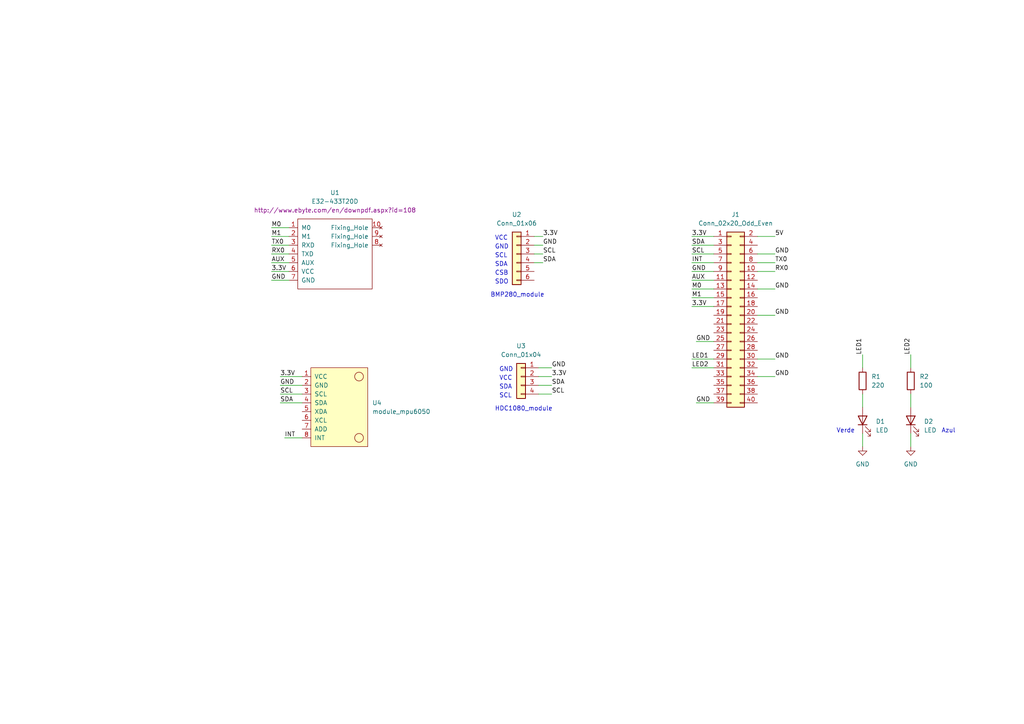
<source format=kicad_sch>
(kicad_sch (version 20211123) (generator eeschema)

  (uuid 4dc1ffec-b3a8-4aa0-b06d-8cb7b7ea63c6)

  (paper "A4")

  (lib_symbols
    (symbol "Connector_Generic:Conn_01x04" (pin_names (offset 1.016) hide) (in_bom yes) (on_board yes)
      (property "Reference" "J" (id 0) (at 0 5.08 0)
        (effects (font (size 1.27 1.27)))
      )
      (property "Value" "Conn_01x04" (id 1) (at 0 -7.62 0)
        (effects (font (size 1.27 1.27)))
      )
      (property "Footprint" "" (id 2) (at 0 0 0)
        (effects (font (size 1.27 1.27)) hide)
      )
      (property "Datasheet" "~" (id 3) (at 0 0 0)
        (effects (font (size 1.27 1.27)) hide)
      )
      (property "ki_keywords" "connector" (id 4) (at 0 0 0)
        (effects (font (size 1.27 1.27)) hide)
      )
      (property "ki_description" "Generic connector, single row, 01x04, script generated (kicad-library-utils/schlib/autogen/connector/)" (id 5) (at 0 0 0)
        (effects (font (size 1.27 1.27)) hide)
      )
      (property "ki_fp_filters" "Connector*:*_1x??_*" (id 6) (at 0 0 0)
        (effects (font (size 1.27 1.27)) hide)
      )
      (symbol "Conn_01x04_1_1"
        (rectangle (start -1.27 -4.953) (end 0 -5.207)
          (stroke (width 0.1524) (type default) (color 0 0 0 0))
          (fill (type none))
        )
        (rectangle (start -1.27 -2.413) (end 0 -2.667)
          (stroke (width 0.1524) (type default) (color 0 0 0 0))
          (fill (type none))
        )
        (rectangle (start -1.27 0.127) (end 0 -0.127)
          (stroke (width 0.1524) (type default) (color 0 0 0 0))
          (fill (type none))
        )
        (rectangle (start -1.27 2.667) (end 0 2.413)
          (stroke (width 0.1524) (type default) (color 0 0 0 0))
          (fill (type none))
        )
        (rectangle (start -1.27 3.81) (end 1.27 -6.35)
          (stroke (width 0.254) (type default) (color 0 0 0 0))
          (fill (type background))
        )
        (pin passive line (at -5.08 2.54 0) (length 3.81)
          (name "Pin_1" (effects (font (size 1.27 1.27))))
          (number "1" (effects (font (size 1.27 1.27))))
        )
        (pin passive line (at -5.08 0 0) (length 3.81)
          (name "Pin_2" (effects (font (size 1.27 1.27))))
          (number "2" (effects (font (size 1.27 1.27))))
        )
        (pin passive line (at -5.08 -2.54 0) (length 3.81)
          (name "Pin_3" (effects (font (size 1.27 1.27))))
          (number "3" (effects (font (size 1.27 1.27))))
        )
        (pin passive line (at -5.08 -5.08 0) (length 3.81)
          (name "Pin_4" (effects (font (size 1.27 1.27))))
          (number "4" (effects (font (size 1.27 1.27))))
        )
      )
    )
    (symbol "Connector_Generic:Conn_01x06" (pin_names (offset 1.016) hide) (in_bom yes) (on_board yes)
      (property "Reference" "J" (id 0) (at 0 7.62 0)
        (effects (font (size 1.27 1.27)))
      )
      (property "Value" "Conn_01x06" (id 1) (at 0 -10.16 0)
        (effects (font (size 1.27 1.27)))
      )
      (property "Footprint" "" (id 2) (at 0 0 0)
        (effects (font (size 1.27 1.27)) hide)
      )
      (property "Datasheet" "~" (id 3) (at 0 0 0)
        (effects (font (size 1.27 1.27)) hide)
      )
      (property "ki_keywords" "connector" (id 4) (at 0 0 0)
        (effects (font (size 1.27 1.27)) hide)
      )
      (property "ki_description" "Generic connector, single row, 01x06, script generated (kicad-library-utils/schlib/autogen/connector/)" (id 5) (at 0 0 0)
        (effects (font (size 1.27 1.27)) hide)
      )
      (property "ki_fp_filters" "Connector*:*_1x??_*" (id 6) (at 0 0 0)
        (effects (font (size 1.27 1.27)) hide)
      )
      (symbol "Conn_01x06_1_1"
        (rectangle (start -1.27 -7.493) (end 0 -7.747)
          (stroke (width 0.1524) (type default) (color 0 0 0 0))
          (fill (type none))
        )
        (rectangle (start -1.27 -4.953) (end 0 -5.207)
          (stroke (width 0.1524) (type default) (color 0 0 0 0))
          (fill (type none))
        )
        (rectangle (start -1.27 -2.413) (end 0 -2.667)
          (stroke (width 0.1524) (type default) (color 0 0 0 0))
          (fill (type none))
        )
        (rectangle (start -1.27 0.127) (end 0 -0.127)
          (stroke (width 0.1524) (type default) (color 0 0 0 0))
          (fill (type none))
        )
        (rectangle (start -1.27 2.667) (end 0 2.413)
          (stroke (width 0.1524) (type default) (color 0 0 0 0))
          (fill (type none))
        )
        (rectangle (start -1.27 5.207) (end 0 4.953)
          (stroke (width 0.1524) (type default) (color 0 0 0 0))
          (fill (type none))
        )
        (rectangle (start -1.27 6.35) (end 1.27 -8.89)
          (stroke (width 0.254) (type default) (color 0 0 0 0))
          (fill (type background))
        )
        (pin passive line (at -5.08 5.08 0) (length 3.81)
          (name "Pin_1" (effects (font (size 1.27 1.27))))
          (number "1" (effects (font (size 1.27 1.27))))
        )
        (pin passive line (at -5.08 2.54 0) (length 3.81)
          (name "Pin_2" (effects (font (size 1.27 1.27))))
          (number "2" (effects (font (size 1.27 1.27))))
        )
        (pin passive line (at -5.08 0 0) (length 3.81)
          (name "Pin_3" (effects (font (size 1.27 1.27))))
          (number "3" (effects (font (size 1.27 1.27))))
        )
        (pin passive line (at -5.08 -2.54 0) (length 3.81)
          (name "Pin_4" (effects (font (size 1.27 1.27))))
          (number "4" (effects (font (size 1.27 1.27))))
        )
        (pin passive line (at -5.08 -5.08 0) (length 3.81)
          (name "Pin_5" (effects (font (size 1.27 1.27))))
          (number "5" (effects (font (size 1.27 1.27))))
        )
        (pin passive line (at -5.08 -7.62 0) (length 3.81)
          (name "Pin_6" (effects (font (size 1.27 1.27))))
          (number "6" (effects (font (size 1.27 1.27))))
        )
      )
    )
    (symbol "Connector_Generic:Conn_02x20_Odd_Even" (pin_names (offset 1.016) hide) (in_bom yes) (on_board yes)
      (property "Reference" "J" (id 0) (at 1.27 25.4 0)
        (effects (font (size 1.27 1.27)))
      )
      (property "Value" "Conn_02x20_Odd_Even" (id 1) (at 1.27 -27.94 0)
        (effects (font (size 1.27 1.27)))
      )
      (property "Footprint" "" (id 2) (at 0 0 0)
        (effects (font (size 1.27 1.27)) hide)
      )
      (property "Datasheet" "~" (id 3) (at 0 0 0)
        (effects (font (size 1.27 1.27)) hide)
      )
      (property "ki_keywords" "connector" (id 4) (at 0 0 0)
        (effects (font (size 1.27 1.27)) hide)
      )
      (property "ki_description" "Generic connector, double row, 02x20, odd/even pin numbering scheme (row 1 odd numbers, row 2 even numbers), script generated (kicad-library-utils/schlib/autogen/connector/)" (id 5) (at 0 0 0)
        (effects (font (size 1.27 1.27)) hide)
      )
      (property "ki_fp_filters" "Connector*:*_2x??_*" (id 6) (at 0 0 0)
        (effects (font (size 1.27 1.27)) hide)
      )
      (symbol "Conn_02x20_Odd_Even_1_1"
        (rectangle (start -1.27 -25.273) (end 0 -25.527)
          (stroke (width 0.1524) (type default) (color 0 0 0 0))
          (fill (type none))
        )
        (rectangle (start -1.27 -22.733) (end 0 -22.987)
          (stroke (width 0.1524) (type default) (color 0 0 0 0))
          (fill (type none))
        )
        (rectangle (start -1.27 -20.193) (end 0 -20.447)
          (stroke (width 0.1524) (type default) (color 0 0 0 0))
          (fill (type none))
        )
        (rectangle (start -1.27 -17.653) (end 0 -17.907)
          (stroke (width 0.1524) (type default) (color 0 0 0 0))
          (fill (type none))
        )
        (rectangle (start -1.27 -15.113) (end 0 -15.367)
          (stroke (width 0.1524) (type default) (color 0 0 0 0))
          (fill (type none))
        )
        (rectangle (start -1.27 -12.573) (end 0 -12.827)
          (stroke (width 0.1524) (type default) (color 0 0 0 0))
          (fill (type none))
        )
        (rectangle (start -1.27 -10.033) (end 0 -10.287)
          (stroke (width 0.1524) (type default) (color 0 0 0 0))
          (fill (type none))
        )
        (rectangle (start -1.27 -7.493) (end 0 -7.747)
          (stroke (width 0.1524) (type default) (color 0 0 0 0))
          (fill (type none))
        )
        (rectangle (start -1.27 -4.953) (end 0 -5.207)
          (stroke (width 0.1524) (type default) (color 0 0 0 0))
          (fill (type none))
        )
        (rectangle (start -1.27 -2.413) (end 0 -2.667)
          (stroke (width 0.1524) (type default) (color 0 0 0 0))
          (fill (type none))
        )
        (rectangle (start -1.27 0.127) (end 0 -0.127)
          (stroke (width 0.1524) (type default) (color 0 0 0 0))
          (fill (type none))
        )
        (rectangle (start -1.27 2.667) (end 0 2.413)
          (stroke (width 0.1524) (type default) (color 0 0 0 0))
          (fill (type none))
        )
        (rectangle (start -1.27 5.207) (end 0 4.953)
          (stroke (width 0.1524) (type default) (color 0 0 0 0))
          (fill (type none))
        )
        (rectangle (start -1.27 7.747) (end 0 7.493)
          (stroke (width 0.1524) (type default) (color 0 0 0 0))
          (fill (type none))
        )
        (rectangle (start -1.27 10.287) (end 0 10.033)
          (stroke (width 0.1524) (type default) (color 0 0 0 0))
          (fill (type none))
        )
        (rectangle (start -1.27 12.827) (end 0 12.573)
          (stroke (width 0.1524) (type default) (color 0 0 0 0))
          (fill (type none))
        )
        (rectangle (start -1.27 15.367) (end 0 15.113)
          (stroke (width 0.1524) (type default) (color 0 0 0 0))
          (fill (type none))
        )
        (rectangle (start -1.27 17.907) (end 0 17.653)
          (stroke (width 0.1524) (type default) (color 0 0 0 0))
          (fill (type none))
        )
        (rectangle (start -1.27 20.447) (end 0 20.193)
          (stroke (width 0.1524) (type default) (color 0 0 0 0))
          (fill (type none))
        )
        (rectangle (start -1.27 22.987) (end 0 22.733)
          (stroke (width 0.1524) (type default) (color 0 0 0 0))
          (fill (type none))
        )
        (rectangle (start -1.27 24.13) (end 3.81 -26.67)
          (stroke (width 0.254) (type default) (color 0 0 0 0))
          (fill (type background))
        )
        (rectangle (start 3.81 -25.273) (end 2.54 -25.527)
          (stroke (width 0.1524) (type default) (color 0 0 0 0))
          (fill (type none))
        )
        (rectangle (start 3.81 -22.733) (end 2.54 -22.987)
          (stroke (width 0.1524) (type default) (color 0 0 0 0))
          (fill (type none))
        )
        (rectangle (start 3.81 -20.193) (end 2.54 -20.447)
          (stroke (width 0.1524) (type default) (color 0 0 0 0))
          (fill (type none))
        )
        (rectangle (start 3.81 -17.653) (end 2.54 -17.907)
          (stroke (width 0.1524) (type default) (color 0 0 0 0))
          (fill (type none))
        )
        (rectangle (start 3.81 -15.113) (end 2.54 -15.367)
          (stroke (width 0.1524) (type default) (color 0 0 0 0))
          (fill (type none))
        )
        (rectangle (start 3.81 -12.573) (end 2.54 -12.827)
          (stroke (width 0.1524) (type default) (color 0 0 0 0))
          (fill (type none))
        )
        (rectangle (start 3.81 -10.033) (end 2.54 -10.287)
          (stroke (width 0.1524) (type default) (color 0 0 0 0))
          (fill (type none))
        )
        (rectangle (start 3.81 -7.493) (end 2.54 -7.747)
          (stroke (width 0.1524) (type default) (color 0 0 0 0))
          (fill (type none))
        )
        (rectangle (start 3.81 -4.953) (end 2.54 -5.207)
          (stroke (width 0.1524) (type default) (color 0 0 0 0))
          (fill (type none))
        )
        (rectangle (start 3.81 -2.413) (end 2.54 -2.667)
          (stroke (width 0.1524) (type default) (color 0 0 0 0))
          (fill (type none))
        )
        (rectangle (start 3.81 0.127) (end 2.54 -0.127)
          (stroke (width 0.1524) (type default) (color 0 0 0 0))
          (fill (type none))
        )
        (rectangle (start 3.81 2.667) (end 2.54 2.413)
          (stroke (width 0.1524) (type default) (color 0 0 0 0))
          (fill (type none))
        )
        (rectangle (start 3.81 5.207) (end 2.54 4.953)
          (stroke (width 0.1524) (type default) (color 0 0 0 0))
          (fill (type none))
        )
        (rectangle (start 3.81 7.747) (end 2.54 7.493)
          (stroke (width 0.1524) (type default) (color 0 0 0 0))
          (fill (type none))
        )
        (rectangle (start 3.81 10.287) (end 2.54 10.033)
          (stroke (width 0.1524) (type default) (color 0 0 0 0))
          (fill (type none))
        )
        (rectangle (start 3.81 12.827) (end 2.54 12.573)
          (stroke (width 0.1524) (type default) (color 0 0 0 0))
          (fill (type none))
        )
        (rectangle (start 3.81 15.367) (end 2.54 15.113)
          (stroke (width 0.1524) (type default) (color 0 0 0 0))
          (fill (type none))
        )
        (rectangle (start 3.81 17.907) (end 2.54 17.653)
          (stroke (width 0.1524) (type default) (color 0 0 0 0))
          (fill (type none))
        )
        (rectangle (start 3.81 20.447) (end 2.54 20.193)
          (stroke (width 0.1524) (type default) (color 0 0 0 0))
          (fill (type none))
        )
        (rectangle (start 3.81 22.987) (end 2.54 22.733)
          (stroke (width 0.1524) (type default) (color 0 0 0 0))
          (fill (type none))
        )
        (pin passive line (at -5.08 22.86 0) (length 3.81)
          (name "Pin_1" (effects (font (size 1.27 1.27))))
          (number "1" (effects (font (size 1.27 1.27))))
        )
        (pin passive line (at 7.62 12.7 180) (length 3.81)
          (name "Pin_10" (effects (font (size 1.27 1.27))))
          (number "10" (effects (font (size 1.27 1.27))))
        )
        (pin passive line (at -5.08 10.16 0) (length 3.81)
          (name "Pin_11" (effects (font (size 1.27 1.27))))
          (number "11" (effects (font (size 1.27 1.27))))
        )
        (pin passive line (at 7.62 10.16 180) (length 3.81)
          (name "Pin_12" (effects (font (size 1.27 1.27))))
          (number "12" (effects (font (size 1.27 1.27))))
        )
        (pin passive line (at -5.08 7.62 0) (length 3.81)
          (name "Pin_13" (effects (font (size 1.27 1.27))))
          (number "13" (effects (font (size 1.27 1.27))))
        )
        (pin passive line (at 7.62 7.62 180) (length 3.81)
          (name "Pin_14" (effects (font (size 1.27 1.27))))
          (number "14" (effects (font (size 1.27 1.27))))
        )
        (pin passive line (at -5.08 5.08 0) (length 3.81)
          (name "Pin_15" (effects (font (size 1.27 1.27))))
          (number "15" (effects (font (size 1.27 1.27))))
        )
        (pin passive line (at 7.62 5.08 180) (length 3.81)
          (name "Pin_16" (effects (font (size 1.27 1.27))))
          (number "16" (effects (font (size 1.27 1.27))))
        )
        (pin passive line (at -5.08 2.54 0) (length 3.81)
          (name "Pin_17" (effects (font (size 1.27 1.27))))
          (number "17" (effects (font (size 1.27 1.27))))
        )
        (pin passive line (at 7.62 2.54 180) (length 3.81)
          (name "Pin_18" (effects (font (size 1.27 1.27))))
          (number "18" (effects (font (size 1.27 1.27))))
        )
        (pin passive line (at -5.08 0 0) (length 3.81)
          (name "Pin_19" (effects (font (size 1.27 1.27))))
          (number "19" (effects (font (size 1.27 1.27))))
        )
        (pin passive line (at 7.62 22.86 180) (length 3.81)
          (name "Pin_2" (effects (font (size 1.27 1.27))))
          (number "2" (effects (font (size 1.27 1.27))))
        )
        (pin passive line (at 7.62 0 180) (length 3.81)
          (name "Pin_20" (effects (font (size 1.27 1.27))))
          (number "20" (effects (font (size 1.27 1.27))))
        )
        (pin passive line (at -5.08 -2.54 0) (length 3.81)
          (name "Pin_21" (effects (font (size 1.27 1.27))))
          (number "21" (effects (font (size 1.27 1.27))))
        )
        (pin passive line (at 7.62 -2.54 180) (length 3.81)
          (name "Pin_22" (effects (font (size 1.27 1.27))))
          (number "22" (effects (font (size 1.27 1.27))))
        )
        (pin passive line (at -5.08 -5.08 0) (length 3.81)
          (name "Pin_23" (effects (font (size 1.27 1.27))))
          (number "23" (effects (font (size 1.27 1.27))))
        )
        (pin passive line (at 7.62 -5.08 180) (length 3.81)
          (name "Pin_24" (effects (font (size 1.27 1.27))))
          (number "24" (effects (font (size 1.27 1.27))))
        )
        (pin passive line (at -5.08 -7.62 0) (length 3.81)
          (name "Pin_25" (effects (font (size 1.27 1.27))))
          (number "25" (effects (font (size 1.27 1.27))))
        )
        (pin passive line (at 7.62 -7.62 180) (length 3.81)
          (name "Pin_26" (effects (font (size 1.27 1.27))))
          (number "26" (effects (font (size 1.27 1.27))))
        )
        (pin passive line (at -5.08 -10.16 0) (length 3.81)
          (name "Pin_27" (effects (font (size 1.27 1.27))))
          (number "27" (effects (font (size 1.27 1.27))))
        )
        (pin passive line (at 7.62 -10.16 180) (length 3.81)
          (name "Pin_28" (effects (font (size 1.27 1.27))))
          (number "28" (effects (font (size 1.27 1.27))))
        )
        (pin passive line (at -5.08 -12.7 0) (length 3.81)
          (name "Pin_29" (effects (font (size 1.27 1.27))))
          (number "29" (effects (font (size 1.27 1.27))))
        )
        (pin passive line (at -5.08 20.32 0) (length 3.81)
          (name "Pin_3" (effects (font (size 1.27 1.27))))
          (number "3" (effects (font (size 1.27 1.27))))
        )
        (pin passive line (at 7.62 -12.7 180) (length 3.81)
          (name "Pin_30" (effects (font (size 1.27 1.27))))
          (number "30" (effects (font (size 1.27 1.27))))
        )
        (pin passive line (at -5.08 -15.24 0) (length 3.81)
          (name "Pin_31" (effects (font (size 1.27 1.27))))
          (number "31" (effects (font (size 1.27 1.27))))
        )
        (pin passive line (at 7.62 -15.24 180) (length 3.81)
          (name "Pin_32" (effects (font (size 1.27 1.27))))
          (number "32" (effects (font (size 1.27 1.27))))
        )
        (pin passive line (at -5.08 -17.78 0) (length 3.81)
          (name "Pin_33" (effects (font (size 1.27 1.27))))
          (number "33" (effects (font (size 1.27 1.27))))
        )
        (pin passive line (at 7.62 -17.78 180) (length 3.81)
          (name "Pin_34" (effects (font (size 1.27 1.27))))
          (number "34" (effects (font (size 1.27 1.27))))
        )
        (pin passive line (at -5.08 -20.32 0) (length 3.81)
          (name "Pin_35" (effects (font (size 1.27 1.27))))
          (number "35" (effects (font (size 1.27 1.27))))
        )
        (pin passive line (at 7.62 -20.32 180) (length 3.81)
          (name "Pin_36" (effects (font (size 1.27 1.27))))
          (number "36" (effects (font (size 1.27 1.27))))
        )
        (pin passive line (at -5.08 -22.86 0) (length 3.81)
          (name "Pin_37" (effects (font (size 1.27 1.27))))
          (number "37" (effects (font (size 1.27 1.27))))
        )
        (pin passive line (at 7.62 -22.86 180) (length 3.81)
          (name "Pin_38" (effects (font (size 1.27 1.27))))
          (number "38" (effects (font (size 1.27 1.27))))
        )
        (pin passive line (at -5.08 -25.4 0) (length 3.81)
          (name "Pin_39" (effects (font (size 1.27 1.27))))
          (number "39" (effects (font (size 1.27 1.27))))
        )
        (pin passive line (at 7.62 20.32 180) (length 3.81)
          (name "Pin_4" (effects (font (size 1.27 1.27))))
          (number "4" (effects (font (size 1.27 1.27))))
        )
        (pin passive line (at 7.62 -25.4 180) (length 3.81)
          (name "Pin_40" (effects (font (size 1.27 1.27))))
          (number "40" (effects (font (size 1.27 1.27))))
        )
        (pin passive line (at -5.08 17.78 0) (length 3.81)
          (name "Pin_5" (effects (font (size 1.27 1.27))))
          (number "5" (effects (font (size 1.27 1.27))))
        )
        (pin passive line (at 7.62 17.78 180) (length 3.81)
          (name "Pin_6" (effects (font (size 1.27 1.27))))
          (number "6" (effects (font (size 1.27 1.27))))
        )
        (pin passive line (at -5.08 15.24 0) (length 3.81)
          (name "Pin_7" (effects (font (size 1.27 1.27))))
          (number "7" (effects (font (size 1.27 1.27))))
        )
        (pin passive line (at 7.62 15.24 180) (length 3.81)
          (name "Pin_8" (effects (font (size 1.27 1.27))))
          (number "8" (effects (font (size 1.27 1.27))))
        )
        (pin passive line (at -5.08 12.7 0) (length 3.81)
          (name "Pin_9" (effects (font (size 1.27 1.27))))
          (number "9" (effects (font (size 1.27 1.27))))
        )
      )
    )
    (symbol "Device:LED" (pin_numbers hide) (pin_names (offset 1.016) hide) (in_bom yes) (on_board yes)
      (property "Reference" "D" (id 0) (at 0 2.54 0)
        (effects (font (size 1.27 1.27)))
      )
      (property "Value" "LED" (id 1) (at 0 -2.54 0)
        (effects (font (size 1.27 1.27)))
      )
      (property "Footprint" "" (id 2) (at 0 0 0)
        (effects (font (size 1.27 1.27)) hide)
      )
      (property "Datasheet" "~" (id 3) (at 0 0 0)
        (effects (font (size 1.27 1.27)) hide)
      )
      (property "ki_keywords" "LED diode" (id 4) (at 0 0 0)
        (effects (font (size 1.27 1.27)) hide)
      )
      (property "ki_description" "Light emitting diode" (id 5) (at 0 0 0)
        (effects (font (size 1.27 1.27)) hide)
      )
      (property "ki_fp_filters" "LED* LED_SMD:* LED_THT:*" (id 6) (at 0 0 0)
        (effects (font (size 1.27 1.27)) hide)
      )
      (symbol "LED_0_1"
        (polyline
          (pts
            (xy -1.27 -1.27)
            (xy -1.27 1.27)
          )
          (stroke (width 0.254) (type default) (color 0 0 0 0))
          (fill (type none))
        )
        (polyline
          (pts
            (xy -1.27 0)
            (xy 1.27 0)
          )
          (stroke (width 0) (type default) (color 0 0 0 0))
          (fill (type none))
        )
        (polyline
          (pts
            (xy 1.27 -1.27)
            (xy 1.27 1.27)
            (xy -1.27 0)
            (xy 1.27 -1.27)
          )
          (stroke (width 0.254) (type default) (color 0 0 0 0))
          (fill (type none))
        )
        (polyline
          (pts
            (xy -3.048 -0.762)
            (xy -4.572 -2.286)
            (xy -3.81 -2.286)
            (xy -4.572 -2.286)
            (xy -4.572 -1.524)
          )
          (stroke (width 0) (type default) (color 0 0 0 0))
          (fill (type none))
        )
        (polyline
          (pts
            (xy -1.778 -0.762)
            (xy -3.302 -2.286)
            (xy -2.54 -2.286)
            (xy -3.302 -2.286)
            (xy -3.302 -1.524)
          )
          (stroke (width 0) (type default) (color 0 0 0 0))
          (fill (type none))
        )
      )
      (symbol "LED_1_1"
        (pin passive line (at -3.81 0 0) (length 2.54)
          (name "K" (effects (font (size 1.27 1.27))))
          (number "1" (effects (font (size 1.27 1.27))))
        )
        (pin passive line (at 3.81 0 180) (length 2.54)
          (name "A" (effects (font (size 1.27 1.27))))
          (number "2" (effects (font (size 1.27 1.27))))
        )
      )
    )
    (symbol "Device:R" (pin_numbers hide) (pin_names (offset 0)) (in_bom yes) (on_board yes)
      (property "Reference" "R" (id 0) (at 2.032 0 90)
        (effects (font (size 1.27 1.27)))
      )
      (property "Value" "R" (id 1) (at 0 0 90)
        (effects (font (size 1.27 1.27)))
      )
      (property "Footprint" "" (id 2) (at -1.778 0 90)
        (effects (font (size 1.27 1.27)) hide)
      )
      (property "Datasheet" "~" (id 3) (at 0 0 0)
        (effects (font (size 1.27 1.27)) hide)
      )
      (property "ki_keywords" "R res resistor" (id 4) (at 0 0 0)
        (effects (font (size 1.27 1.27)) hide)
      )
      (property "ki_description" "Resistor" (id 5) (at 0 0 0)
        (effects (font (size 1.27 1.27)) hide)
      )
      (property "ki_fp_filters" "R_*" (id 6) (at 0 0 0)
        (effects (font (size 1.27 1.27)) hide)
      )
      (symbol "R_0_1"
        (rectangle (start -1.016 -2.54) (end 1.016 2.54)
          (stroke (width 0.254) (type default) (color 0 0 0 0))
          (fill (type none))
        )
      )
      (symbol "R_1_1"
        (pin passive line (at 0 3.81 270) (length 1.27)
          (name "~" (effects (font (size 1.27 1.27))))
          (number "1" (effects (font (size 1.27 1.27))))
        )
        (pin passive line (at 0 -3.81 90) (length 1.27)
          (name "~" (effects (font (size 1.27 1.27))))
          (number "2" (effects (font (size 1.27 1.27))))
        )
      )
    )
    (symbol "E32-xxxT20D:E32-433T20D" (pin_names (offset 1.016)) (in_bom yes) (on_board yes)
      (property "Reference" "U" (id 0) (at 0 3.302 0)
        (effects (font (size 1.27 1.27)) (justify left))
      )
      (property "Value" "E32-433T20D" (id 1) (at 0 1.27 0)
        (effects (font (size 1.27 1.27)) (justify left))
      )
      (property "Footprint" "" (id 2) (at 0 0 0)
        (effects (font (size 1.27 1.27)) hide)
      )
      (property "Datasheet" "http://www.ebyte.com/en/downpdf.aspx?id=108" (id 3) (at 0 0 0)
        (effects (font (size 1.27 1.27)))
      )
      (symbol "E32-433T20D_0_1"
        (rectangle (start 0 0) (end 21.59 -20.32)
          (stroke (width 0) (type default) (color 0 0 0 0))
          (fill (type none))
        )
      )
      (symbol "E32-433T20D_1_0"
        (pin no_connect line (at 24.13 -7.62 180) (length 2.54)
          (name "Fixing_Hole" (effects (font (size 1.27 1.27))))
          (number "8" (effects (font (size 1.27 1.27))))
        )
      )
      (symbol "E32-433T20D_1_1"
        (pin input line (at -2.54 -2.54 0) (length 2.54)
          (name "M0" (effects (font (size 1.27 1.27))))
          (number "1" (effects (font (size 1.27 1.27))))
        )
        (pin no_connect line (at 24.13 -2.54 180) (length 2.54)
          (name "Fixing_Hole" (effects (font (size 1.27 1.27))))
          (number "10" (effects (font (size 1.27 1.27))))
        )
        (pin input line (at -2.54 -5.08 0) (length 2.54)
          (name "M1" (effects (font (size 1.27 1.27))))
          (number "2" (effects (font (size 1.27 1.27))))
        )
        (pin input line (at -2.54 -7.62 0) (length 2.54)
          (name "RXD" (effects (font (size 1.27 1.27))))
          (number "3" (effects (font (size 1.27 1.27))))
        )
        (pin output line (at -2.54 -10.16 0) (length 2.54)
          (name "TXD" (effects (font (size 1.27 1.27))))
          (number "4" (effects (font (size 1.27 1.27))))
        )
        (pin output line (at -2.54 -12.7 0) (length 2.54)
          (name "AUX" (effects (font (size 1.27 1.27))))
          (number "5" (effects (font (size 1.27 1.27))))
        )
        (pin input line (at -2.54 -15.24 0) (length 2.54)
          (name "VCC" (effects (font (size 1.27 1.27))))
          (number "6" (effects (font (size 1.27 1.27))))
        )
        (pin input line (at -2.54 -17.78 0) (length 2.54)
          (name "GND" (effects (font (size 1.27 1.27))))
          (number "7" (effects (font (size 1.27 1.27))))
        )
        (pin no_connect line (at 24.13 -5.08 180) (length 2.54)
          (name "Fixing_Hole" (effects (font (size 1.27 1.27))))
          (number "9" (effects (font (size 1.27 1.27))))
        )
      )
    )
    (symbol "power:GND" (power) (pin_names (offset 0)) (in_bom yes) (on_board yes)
      (property "Reference" "#PWR" (id 0) (at 0 -6.35 0)
        (effects (font (size 1.27 1.27)) hide)
      )
      (property "Value" "GND" (id 1) (at 0 -3.81 0)
        (effects (font (size 1.27 1.27)))
      )
      (property "Footprint" "" (id 2) (at 0 0 0)
        (effects (font (size 1.27 1.27)) hide)
      )
      (property "Datasheet" "" (id 3) (at 0 0 0)
        (effects (font (size 1.27 1.27)) hide)
      )
      (property "ki_keywords" "power-flag" (id 4) (at 0 0 0)
        (effects (font (size 1.27 1.27)) hide)
      )
      (property "ki_description" "Power symbol creates a global label with name \"GND\" , ground" (id 5) (at 0 0 0)
        (effects (font (size 1.27 1.27)) hide)
      )
      (symbol "GND_0_1"
        (polyline
          (pts
            (xy 0 0)
            (xy 0 -1.27)
            (xy 1.27 -1.27)
            (xy 0 -2.54)
            (xy -1.27 -1.27)
            (xy 0 -1.27)
          )
          (stroke (width 0) (type default) (color 0 0 0 0))
          (fill (type none))
        )
      )
      (symbol "GND_1_1"
        (pin power_in line (at 0 0 270) (length 0) hide
          (name "GND" (effects (font (size 1.27 1.27))))
          (number "1" (effects (font (size 1.27 1.27))))
        )
      )
    )
    (symbol "usini_sensors:module_mpu6050" (pin_names (offset 1.016)) (in_bom yes) (on_board yes)
      (property "Reference" "U" (id 0) (at 2.54 21.59 0)
        (effects (font (size 1.27 1.27)))
      )
      (property "Value" "module_mpu6050" (id 1) (at 11.43 -3.81 0)
        (effects (font (size 1.27 1.27)))
      )
      (property "Footprint" "usini_sensors:module_mpu6050" (id 2) (at 11.43 -6.35 0)
        (effects (font (size 1.27 1.27)) hide)
      )
      (property "Datasheet" "" (id 3) (at 0 6.35 0)
        (effects (font (size 1.27 1.27)) hide)
      )
      (symbol "module_mpu6050_0_1"
        (rectangle (start 2.54 20.32) (end 19.05 -2.54)
          (stroke (width 0) (type default) (color 0 0 0 0))
          (fill (type background))
        )
        (circle (center 16.51 0) (radius 1.27)
          (stroke (width 0) (type default) (color 0 0 0 0))
          (fill (type none))
        )
        (circle (center 16.51 17.78) (radius 1.27)
          (stroke (width 0) (type default) (color 0 0 0 0))
          (fill (type none))
        )
      )
      (symbol "module_mpu6050_1_1"
        (pin input line (at 0 17.78 0) (length 2.54)
          (name "VCC" (effects (font (size 1.27 1.27))))
          (number "1" (effects (font (size 1.27 1.27))))
        )
        (pin input line (at 0 15.24 0) (length 2.54)
          (name "GND" (effects (font (size 1.27 1.27))))
          (number "2" (effects (font (size 1.27 1.27))))
        )
        (pin input line (at 0 12.7 0) (length 2.54)
          (name "SCL" (effects (font (size 1.27 1.27))))
          (number "3" (effects (font (size 1.27 1.27))))
        )
        (pin input line (at 0 10.16 0) (length 2.54)
          (name "SDA" (effects (font (size 1.27 1.27))))
          (number "4" (effects (font (size 1.27 1.27))))
        )
        (pin input line (at 0 7.62 0) (length 2.54)
          (name "XDA" (effects (font (size 1.27 1.27))))
          (number "5" (effects (font (size 1.27 1.27))))
        )
        (pin input line (at 0 5.08 0) (length 2.54)
          (name "XCL" (effects (font (size 1.27 1.27))))
          (number "6" (effects (font (size 1.27 1.27))))
        )
        (pin input line (at 0 2.54 0) (length 2.54)
          (name "ADD" (effects (font (size 1.27 1.27))))
          (number "7" (effects (font (size 1.27 1.27))))
        )
        (pin input line (at 0 0 0) (length 2.54)
          (name "INT" (effects (font (size 1.27 1.27))))
          (number "8" (effects (font (size 1.27 1.27))))
        )
      )
    )
  )


  (wire (pts (xy 78.74 78.74) (xy 83.82 78.74))
    (stroke (width 0) (type default) (color 0 0 0 0))
    (uuid 00ae6986-03a4-47b2-86e6-5b9fbcc0f512)
  )
  (wire (pts (xy 201.93 99.06) (xy 207.01 99.06))
    (stroke (width 0) (type default) (color 0 0 0 0))
    (uuid 05e248f7-d7a4-497b-b461-6193d2d70560)
  )
  (wire (pts (xy 200.66 76.2) (xy 207.01 76.2))
    (stroke (width 0) (type default) (color 0 0 0 0))
    (uuid 0be3cfac-ab8d-4480-85ce-17adbb68aac9)
  )
  (wire (pts (xy 81.28 109.22) (xy 87.63 109.22))
    (stroke (width 0) (type default) (color 0 0 0 0))
    (uuid 0c3d0bcb-a323-4fec-bc22-988e244d3b97)
  )
  (wire (pts (xy 264.16 114.3) (xy 264.16 118.11))
    (stroke (width 0) (type default) (color 0 0 0 0))
    (uuid 12db865a-b984-4396-802d-47deb0018127)
  )
  (wire (pts (xy 156.21 114.3) (xy 160.02 114.3))
    (stroke (width 0) (type default) (color 0 0 0 0))
    (uuid 14ce13b6-5082-4c21-bf54-8dfd3895a8e8)
  )
  (wire (pts (xy 154.94 68.58) (xy 157.48 68.58))
    (stroke (width 0) (type default) (color 0 0 0 0))
    (uuid 1f39242e-1adb-4140-a62c-39b7b02fd4b5)
  )
  (wire (pts (xy 200.66 106.68) (xy 207.01 106.68))
    (stroke (width 0) (type default) (color 0 0 0 0))
    (uuid 1fa8aaac-ceb8-4c5b-bdb2-1f8f3f9afa0b)
  )
  (wire (pts (xy 78.74 81.28) (xy 83.82 81.28))
    (stroke (width 0) (type default) (color 0 0 0 0))
    (uuid 271cbfc5-1b8c-42cd-845a-513b0e45c362)
  )
  (wire (pts (xy 219.71 104.14) (xy 224.79 104.14))
    (stroke (width 0) (type default) (color 0 0 0 0))
    (uuid 2a60925e-d996-4fe9-a59f-63ee39fe29f6)
  )
  (wire (pts (xy 219.71 109.22) (xy 224.79 109.22))
    (stroke (width 0) (type default) (color 0 0 0 0))
    (uuid 2e86e4c7-322c-40d5-a3e3-974f4b4f5883)
  )
  (wire (pts (xy 264.16 102.87) (xy 264.16 106.68))
    (stroke (width 0) (type default) (color 0 0 0 0))
    (uuid 2fe2b785-f2fe-42cf-b405-99fe8cf96643)
  )
  (wire (pts (xy 219.71 76.2) (xy 224.79 76.2))
    (stroke (width 0) (type default) (color 0 0 0 0))
    (uuid 34f1484e-03eb-438d-93f6-c9491abc73ec)
  )
  (wire (pts (xy 82.55 127) (xy 87.63 127))
    (stroke (width 0) (type default) (color 0 0 0 0))
    (uuid 4250bbaf-0899-4e24-bdae-484787ef669d)
  )
  (wire (pts (xy 250.19 114.3) (xy 250.19 118.11))
    (stroke (width 0) (type default) (color 0 0 0 0))
    (uuid 42aa5fea-cfd4-4600-a1b8-1f8d41ae11b9)
  )
  (wire (pts (xy 78.74 76.2) (xy 83.82 76.2))
    (stroke (width 0) (type default) (color 0 0 0 0))
    (uuid 4df22d9a-cb99-4c08-b1a2-aa5cdf51c94b)
  )
  (wire (pts (xy 200.66 68.58) (xy 207.01 68.58))
    (stroke (width 0) (type default) (color 0 0 0 0))
    (uuid 4f80cb20-0a5f-4172-aecf-013c3dd19489)
  )
  (wire (pts (xy 78.74 71.12) (xy 83.82 71.12))
    (stroke (width 0) (type default) (color 0 0 0 0))
    (uuid 56cdf854-ab02-43de-8740-46640b666992)
  )
  (wire (pts (xy 154.94 73.66) (xy 157.48 73.66))
    (stroke (width 0) (type default) (color 0 0 0 0))
    (uuid 5ad47be7-9c55-475e-95d6-01a04f113dd0)
  )
  (wire (pts (xy 200.66 71.12) (xy 207.01 71.12))
    (stroke (width 0) (type default) (color 0 0 0 0))
    (uuid 5e721fa8-1552-4917-bcc1-cf3894cb0caa)
  )
  (wire (pts (xy 156.21 106.68) (xy 160.02 106.68))
    (stroke (width 0) (type default) (color 0 0 0 0))
    (uuid 5ea2a43b-7d92-4c27-a942-1670b202cb0e)
  )
  (wire (pts (xy 200.66 81.28) (xy 207.01 81.28))
    (stroke (width 0) (type default) (color 0 0 0 0))
    (uuid 6ba1b7a4-f50b-4d47-85db-238f09d4193e)
  )
  (wire (pts (xy 200.66 104.14) (xy 207.01 104.14))
    (stroke (width 0) (type default) (color 0 0 0 0))
    (uuid 71d4a551-5ba2-4edb-8adb-069fe1e56634)
  )
  (wire (pts (xy 200.66 88.9) (xy 207.01 88.9))
    (stroke (width 0) (type default) (color 0 0 0 0))
    (uuid 799d0d46-5e7f-452a-8c55-efd406c443e3)
  )
  (wire (pts (xy 219.71 83.82) (xy 224.79 83.82))
    (stroke (width 0) (type default) (color 0 0 0 0))
    (uuid 8144440b-533b-4ed2-912b-5db8d1fc5bb5)
  )
  (wire (pts (xy 200.66 86.36) (xy 207.01 86.36))
    (stroke (width 0) (type default) (color 0 0 0 0))
    (uuid 821ba65b-fdbe-4d75-b715-b77fb13bbe6d)
  )
  (wire (pts (xy 81.28 111.76) (xy 87.63 111.76))
    (stroke (width 0) (type default) (color 0 0 0 0))
    (uuid 8490a997-b986-4668-a40d-a89d34bc8129)
  )
  (wire (pts (xy 78.74 68.58) (xy 83.82 68.58))
    (stroke (width 0) (type default) (color 0 0 0 0))
    (uuid 8759cfc7-3586-4a63-8757-c6980e3923c9)
  )
  (wire (pts (xy 219.71 68.58) (xy 224.79 68.58))
    (stroke (width 0) (type default) (color 0 0 0 0))
    (uuid 8ec81505-28be-418e-9639-f0bad92bfe8a)
  )
  (wire (pts (xy 200.66 73.66) (xy 207.01 73.66))
    (stroke (width 0) (type default) (color 0 0 0 0))
    (uuid 973c95f4-2141-4819-90a6-e539ded7fb1c)
  )
  (wire (pts (xy 81.28 116.84) (xy 87.63 116.84))
    (stroke (width 0) (type default) (color 0 0 0 0))
    (uuid 97c1c301-7a5b-4871-a1fa-fe7166f7ebcd)
  )
  (wire (pts (xy 156.21 111.76) (xy 160.02 111.76))
    (stroke (width 0) (type default) (color 0 0 0 0))
    (uuid 99a76d81-910b-4ea0-9aca-30ce340a7e38)
  )
  (wire (pts (xy 200.66 83.82) (xy 207.01 83.82))
    (stroke (width 0) (type default) (color 0 0 0 0))
    (uuid 9a3e5c37-6ed4-485d-9324-087b1c6cbb59)
  )
  (wire (pts (xy 219.71 91.44) (xy 224.79 91.44))
    (stroke (width 0) (type default) (color 0 0 0 0))
    (uuid a52b56b3-5797-4441-8c09-03710c0b1426)
  )
  (wire (pts (xy 154.94 71.12) (xy 157.48 71.12))
    (stroke (width 0) (type default) (color 0 0 0 0))
    (uuid a6d20cda-c364-458a-a01a-037cec985014)
  )
  (wire (pts (xy 200.66 78.74) (xy 207.01 78.74))
    (stroke (width 0) (type default) (color 0 0 0 0))
    (uuid b02364ef-69e5-4498-8bb1-24723a289c5b)
  )
  (wire (pts (xy 201.93 116.84) (xy 207.01 116.84))
    (stroke (width 0) (type default) (color 0 0 0 0))
    (uuid b27b20de-91f9-438e-bb09-960c6f94362d)
  )
  (wire (pts (xy 250.19 125.73) (xy 250.19 129.54))
    (stroke (width 0) (type default) (color 0 0 0 0))
    (uuid c08cc4d3-6c7d-4ae1-9f92-e508506311a4)
  )
  (wire (pts (xy 250.19 102.87) (xy 250.19 106.68))
    (stroke (width 0) (type default) (color 0 0 0 0))
    (uuid c5ccc7de-b7f3-4798-bd23-3111af9f5f1e)
  )
  (wire (pts (xy 78.74 73.66) (xy 83.82 73.66))
    (stroke (width 0) (type default) (color 0 0 0 0))
    (uuid cb24ae60-861b-4ce1-a79a-5d3dbed5e580)
  )
  (wire (pts (xy 264.16 125.73) (xy 264.16 129.54))
    (stroke (width 0) (type default) (color 0 0 0 0))
    (uuid d47fba37-170e-4bac-bf7b-ecc1e3590706)
  )
  (wire (pts (xy 219.71 78.74) (xy 224.79 78.74))
    (stroke (width 0) (type default) (color 0 0 0 0))
    (uuid d5da0519-b83e-4e72-9d43-6f16c40a6c00)
  )
  (wire (pts (xy 156.21 109.22) (xy 160.02 109.22))
    (stroke (width 0) (type default) (color 0 0 0 0))
    (uuid e3c0c7d3-444c-4d70-83ea-ea4d9e463ffc)
  )
  (wire (pts (xy 78.74 66.04) (xy 83.82 66.04))
    (stroke (width 0) (type default) (color 0 0 0 0))
    (uuid ea29ca8c-a19a-4160-af95-35cff20c15e6)
  )
  (wire (pts (xy 154.94 76.2) (xy 157.48 76.2))
    (stroke (width 0) (type default) (color 0 0 0 0))
    (uuid f17828e1-8bd2-45fe-aca4-f7e69d5abe1f)
  )
  (wire (pts (xy 81.28 114.3) (xy 87.63 114.3))
    (stroke (width 0) (type default) (color 0 0 0 0))
    (uuid f5b7d3e5-4e96-4d70-af97-7658dca54dd7)
  )
  (wire (pts (xy 219.71 73.66) (xy 224.79 73.66))
    (stroke (width 0) (type default) (color 0 0 0 0))
    (uuid fa6048c8-3012-412d-9924-6ebfec64ea9b)
  )

  (text "SDO" (at 143.51 82.55 0)
    (effects (font (size 1.27 1.27)) (justify left bottom))
    (uuid 1ae67ed3-5cf1-47c6-9462-68872809cda5)
  )
  (text "CSB" (at 143.51 80.01 0)
    (effects (font (size 1.27 1.27)) (justify left bottom))
    (uuid 2f20edc0-3ece-4198-b13d-0a1409800afe)
  )
  (text "SCL" (at 144.78 115.57 0)
    (effects (font (size 1.27 1.27)) (justify left bottom))
    (uuid 30e6ca90-f851-47ee-992b-ba388a0ea1e8)
  )
  (text "SDA" (at 144.78 113.03 0)
    (effects (font (size 1.27 1.27)) (justify left bottom))
    (uuid 352d8170-e191-48bc-b0c8-878ea0c8adca)
  )
  (text "BMP280_module" (at 142.24 86.36 0)
    (effects (font (size 1.27 1.27)) (justify left bottom))
    (uuid 497232b1-da37-40e3-b57b-d411d8ba8c01)
  )
  (text "SDA" (at 143.51 77.47 0)
    (effects (font (size 1.27 1.27)) (justify left bottom))
    (uuid 7111d893-f765-4b97-8f0f-47175204de28)
  )
  (text "GND" (at 144.78 107.95 0)
    (effects (font (size 1.27 1.27)) (justify left bottom))
    (uuid 7a9e6cfa-fc88-4365-8892-8ca8ec4a8303)
  )
  (text "GND" (at 143.51 72.39 0)
    (effects (font (size 1.27 1.27)) (justify left bottom))
    (uuid 7b5e5c9d-f738-41b1-bc9e-97f3ab00bbf2)
  )
  (text "HDC1080_module" (at 143.51 119.38 0)
    (effects (font (size 1.27 1.27)) (justify left bottom))
    (uuid 94da837f-5368-42e6-9cc7-b0cab397d240)
  )
  (text "VCC" (at 143.51 69.85 0)
    (effects (font (size 1.27 1.27)) (justify left bottom))
    (uuid af55fa36-de66-42d1-b0f9-061d18a11c9f)
  )
  (text "VCC" (at 144.78 110.49 0)
    (effects (font (size 1.27 1.27)) (justify left bottom))
    (uuid b56c69cc-1072-4deb-b167-f360e3918180)
  )
  (text "Azul" (at 273.05 125.73 0)
    (effects (font (size 1.27 1.27)) (justify left bottom))
    (uuid b71be973-a57a-488a-ba4a-977ad403bf90)
  )
  (text "SCL" (at 143.51 74.93 0)
    (effects (font (size 1.27 1.27)) (justify left bottom))
    (uuid d61dc958-72e3-40db-8b6a-2bf6fc9930e2)
  )
  (text "Verde" (at 242.57 125.73 0)
    (effects (font (size 1.27 1.27)) (justify left bottom))
    (uuid e13cdd74-2afb-49dd-8a76-37533d0a05ae)
  )

  (label "SCL" (at 200.66 73.66 0)
    (effects (font (size 1.27 1.27)) (justify left bottom))
    (uuid 07ecb2cf-95a5-4d36-9c32-0944d0aa1d33)
  )
  (label "3.3V" (at 157.48 68.58 0)
    (effects (font (size 1.27 1.27)) (justify left bottom))
    (uuid 13dce599-8547-4e56-8963-19ce637c09da)
  )
  (label "SDA" (at 200.66 71.12 0)
    (effects (font (size 1.27 1.27)) (justify left bottom))
    (uuid 1844b9ec-dff5-4992-9915-b6ab68771541)
  )
  (label "LED1" (at 250.19 102.87 90)
    (effects (font (size 1.27 1.27)) (justify left bottom))
    (uuid 1a42371c-2bc2-49c8-86c1-92de6c778705)
  )
  (label "SCL" (at 157.48 73.66 0)
    (effects (font (size 1.27 1.27)) (justify left bottom))
    (uuid 20b61095-6894-4f0c-8324-12d72d528ff4)
  )
  (label "GND" (at 157.48 71.12 0)
    (effects (font (size 1.27 1.27)) (justify left bottom))
    (uuid 20fe7ae4-3404-4a3a-ac2e-93d001ce5dd4)
  )
  (label "LED2" (at 200.66 106.68 0)
    (effects (font (size 1.27 1.27)) (justify left bottom))
    (uuid 21ed8072-76d2-4c62-9360-cbea5ff179e0)
  )
  (label "TX0" (at 224.79 76.2 0)
    (effects (font (size 1.27 1.27)) (justify left bottom))
    (uuid 236ff71a-8a00-4013-b586-7a6cc078138b)
  )
  (label "AUX" (at 200.66 81.28 0)
    (effects (font (size 1.27 1.27)) (justify left bottom))
    (uuid 25c24029-9ab6-455f-9453-e567d29b0d84)
  )
  (label "LED1" (at 200.66 104.14 0)
    (effects (font (size 1.27 1.27)) (justify left bottom))
    (uuid 2b51d200-c212-4377-9be2-9b9edeb289a1)
  )
  (label "GND" (at 224.79 109.22 0)
    (effects (font (size 1.27 1.27)) (justify left bottom))
    (uuid 38435324-5089-445c-97b2-60dbcb47660b)
  )
  (label "3.3V" (at 160.02 109.22 0)
    (effects (font (size 1.27 1.27)) (justify left bottom))
    (uuid 39397683-cddf-4e40-b971-bb37c9b3a96e)
  )
  (label "5V" (at 224.79 68.58 0)
    (effects (font (size 1.27 1.27)) (justify left bottom))
    (uuid 4294c047-f72c-472e-ac63-963f47a181f5)
  )
  (label "INT" (at 82.55 127 0)
    (effects (font (size 1.27 1.27)) (justify left bottom))
    (uuid 4331e9ce-9112-4c02-8b3c-30880ed748c2)
  )
  (label "SCL" (at 160.02 114.3 0)
    (effects (font (size 1.27 1.27)) (justify left bottom))
    (uuid 4a61cd42-3b81-42cf-9099-9d73f287721d)
  )
  (label "3.3V" (at 200.66 68.58 0)
    (effects (font (size 1.27 1.27)) (justify left bottom))
    (uuid 51a57075-872e-4bc2-ac72-d402562fc1cf)
  )
  (label "LED2" (at 264.16 102.87 90)
    (effects (font (size 1.27 1.27)) (justify left bottom))
    (uuid 56eb65f2-4dc9-4016-b283-78a2825d31e9)
  )
  (label "GND" (at 224.79 73.66 0)
    (effects (font (size 1.27 1.27)) (justify left bottom))
    (uuid 5af93638-e5c5-482b-901c-c859a8f7e9ce)
  )
  (label "M0" (at 78.74 66.04 0)
    (effects (font (size 1.27 1.27)) (justify left bottom))
    (uuid 6d7b07a1-e0a0-4f82-9418-a5c5f0de7803)
  )
  (label "TX0" (at 78.74 71.12 0)
    (effects (font (size 1.27 1.27)) (justify left bottom))
    (uuid 704d0730-1890-42cc-82c5-e2a6f02c2235)
  )
  (label "M1" (at 78.74 68.58 0)
    (effects (font (size 1.27 1.27)) (justify left bottom))
    (uuid 7d7fb5b6-8c1e-47ea-95d1-0eb41f30bda9)
  )
  (label "GND" (at 160.02 106.68 0)
    (effects (font (size 1.27 1.27)) (justify left bottom))
    (uuid 804eeb7d-f1c5-4473-bbbd-d0ad2be55af7)
  )
  (label "GND" (at 78.74 81.28 0)
    (effects (font (size 1.27 1.27)) (justify left bottom))
    (uuid 818a6df2-bc69-4aa1-a8d6-2f1dc115ab96)
  )
  (label "M1" (at 200.66 86.36 0)
    (effects (font (size 1.27 1.27)) (justify left bottom))
    (uuid 8738d932-6e73-43ff-8a8a-a7281282eab4)
  )
  (label "SDA" (at 157.48 76.2 0)
    (effects (font (size 1.27 1.27)) (justify left bottom))
    (uuid 95a1c6d9-c02c-4d33-9b1b-27cbc8520aa1)
  )
  (label "GND" (at 224.79 104.14 0)
    (effects (font (size 1.27 1.27)) (justify left bottom))
    (uuid 98c5b41a-6dac-4b88-8a35-bbc350b05867)
  )
  (label "GND" (at 201.93 99.06 0)
    (effects (font (size 1.27 1.27)) (justify left bottom))
    (uuid 9f08f79a-1f0f-45a6-97ff-550a1c7c2aa6)
  )
  (label "INT" (at 200.66 76.2 0)
    (effects (font (size 1.27 1.27)) (justify left bottom))
    (uuid a2190117-8275-4841-96ca-9ac25664c36a)
  )
  (label "GND" (at 200.66 78.74 0)
    (effects (font (size 1.27 1.27)) (justify left bottom))
    (uuid b136fb1c-5d10-45ad-9b72-300e18a11f5f)
  )
  (label "GND" (at 224.79 83.82 0)
    (effects (font (size 1.27 1.27)) (justify left bottom))
    (uuid b189062d-8adf-484a-9dfb-439ca9f1f865)
  )
  (label "M0" (at 200.66 83.82 0)
    (effects (font (size 1.27 1.27)) (justify left bottom))
    (uuid b725db0e-4b50-47df-921d-26b47c8e10c4)
  )
  (label "RX0" (at 78.74 73.66 0)
    (effects (font (size 1.27 1.27)) (justify left bottom))
    (uuid b8de5d85-c22c-41ba-b4ac-a343b682c636)
  )
  (label "GND" (at 201.93 116.84 0)
    (effects (font (size 1.27 1.27)) (justify left bottom))
    (uuid bd6efa83-03e2-4273-b3af-c23444b8c3a4)
  )
  (label "3.3V" (at 81.28 109.22 0)
    (effects (font (size 1.27 1.27)) (justify left bottom))
    (uuid c021429a-aff3-4dc2-8bcb-fd68691b7326)
  )
  (label "GND" (at 81.28 111.76 0)
    (effects (font (size 1.27 1.27)) (justify left bottom))
    (uuid c3da46a3-d2e1-4cb0-9225-2cf940f6f95c)
  )
  (label "3.3V" (at 200.66 88.9 0)
    (effects (font (size 1.27 1.27)) (justify left bottom))
    (uuid c8c41130-8afb-4b5e-bb90-7a20a056997c)
  )
  (label "3.3V" (at 78.74 78.74 0)
    (effects (font (size 1.27 1.27)) (justify left bottom))
    (uuid ccb4bbc3-3be3-4032-a464-c4c520e14390)
  )
  (label "SDA" (at 81.28 116.84 0)
    (effects (font (size 1.27 1.27)) (justify left bottom))
    (uuid cceb1934-f97a-4cd8-8882-77e1fd05f0ab)
  )
  (label "AUX" (at 78.74 76.2 0)
    (effects (font (size 1.27 1.27)) (justify left bottom))
    (uuid cdbc5468-e36f-4051-9187-2689c92e186f)
  )
  (label "RX0" (at 224.79 78.74 0)
    (effects (font (size 1.27 1.27)) (justify left bottom))
    (uuid d09135f3-9e15-49f7-af6e-73c609aebe3c)
  )
  (label "SCL" (at 81.28 114.3 0)
    (effects (font (size 1.27 1.27)) (justify left bottom))
    (uuid d496ead6-e2e5-41d0-a87d-eb1bf35d21ad)
  )
  (label "GND" (at 224.79 91.44 0)
    (effects (font (size 1.27 1.27)) (justify left bottom))
    (uuid d9d8439a-6227-4715-af3e-6bb1af866f50)
  )
  (label "SDA" (at 160.02 111.76 0)
    (effects (font (size 1.27 1.27)) (justify left bottom))
    (uuid fec6a6ed-dba3-4722-b274-ad01af504f03)
  )

  (symbol (lib_id "Connector_Generic:Conn_02x20_Odd_Even") (at 212.09 91.44 0) (unit 1)
    (in_bom yes) (on_board yes) (fields_autoplaced)
    (uuid 111f28ba-694d-4649-ae3e-1526417eb50e)
    (property "Reference" "J1" (id 0) (at 213.36 62.23 0))
    (property "Value" "Conn_02x20_Odd_Even" (id 1) (at 213.36 64.77 0))
    (property "Footprint" "Guilherme:OBSAT-Board" (id 2) (at 212.09 91.44 0)
      (effects (font (size 1.27 1.27)) hide)
    )
    (property "Datasheet" "~" (id 3) (at 212.09 91.44 0)
      (effects (font (size 1.27 1.27)) hide)
    )
    (pin "1" (uuid bbeb15bd-4f2f-48de-b2de-a5d83c5f5a05))
    (pin "10" (uuid 78507f51-3a5e-4213-b50a-5532c10c8c8c))
    (pin "11" (uuid a7da5df2-9041-4fa7-b2a2-c3de05329c5f))
    (pin "12" (uuid ac9e6d73-4d75-4e2a-a27e-02f349463f10))
    (pin "13" (uuid 77e77b63-3375-4de3-bb70-f491052a537d))
    (pin "14" (uuid a6edffe9-76b5-4de8-b08f-4e244f4fcc5c))
    (pin "15" (uuid 348ace81-49f6-4c6b-9b35-f4df34988a7f))
    (pin "16" (uuid e63cbffb-3546-4b63-857d-8b3cd2a6958b))
    (pin "17" (uuid f84311ec-a730-4fde-a4b4-08c0c58743a0))
    (pin "18" (uuid 299e9798-68ad-46d4-a898-28334cf4d795))
    (pin "19" (uuid e9e31f8d-ff24-4b29-95a4-cb7612151327))
    (pin "2" (uuid a34e3891-ffa8-497a-904b-a76fd5b2f390))
    (pin "20" (uuid 55181d61-ebc7-4875-97ec-7c27b625f2f1))
    (pin "21" (uuid 6502c780-c404-40f1-a17a-4295ad51775f))
    (pin "22" (uuid 12087a15-51e1-4f3e-93bf-7904244a7b30))
    (pin "23" (uuid da68cb36-3fdc-434a-9dcb-ae2fbee78219))
    (pin "24" (uuid 5f5e5cac-0dee-4456-a90a-1f46d5d10124))
    (pin "25" (uuid a9680ed6-a9ab-4a3c-b7ef-d5a024d3dab4))
    (pin "26" (uuid 73059dde-ff32-41cc-877f-63b6254d42bb))
    (pin "27" (uuid f519b407-554d-4950-8723-40e732073dd8))
    (pin "28" (uuid 18133dd1-2685-4c77-8b09-48e85a9f8391))
    (pin "29" (uuid feb89310-fadc-45ef-b4e4-8adfc0c37df5))
    (pin "3" (uuid a1d25d7f-bd05-41a7-9a13-d1b839fe950f))
    (pin "30" (uuid 64dd2289-e608-478f-a75f-6f6418d3a9e4))
    (pin "31" (uuid 8c196423-7e45-45ff-babf-aa35182fea57))
    (pin "32" (uuid aeee8030-620f-48f9-aba0-ec85a05a1a5a))
    (pin "33" (uuid 36c878da-1bf9-4c03-b30b-543d4f940ce0))
    (pin "34" (uuid 0a5d7d24-fab5-4573-b1e1-fb5decc41b82))
    (pin "35" (uuid 940a29fd-4ec5-4679-adf7-8188665e72a1))
    (pin "36" (uuid b28a695f-8673-4c78-96dc-c248dfee4ff1))
    (pin "37" (uuid eb1a6dd8-5ef7-4820-be16-804ec6b96a2b))
    (pin "38" (uuid b67e77c7-56ca-45e9-8464-6235cd365baa))
    (pin "39" (uuid eacca9f0-727c-4896-8a84-f2cda5cdfad6))
    (pin "4" (uuid 5b0ba206-70f2-4a73-9695-eef99e57c403))
    (pin "40" (uuid b0025788-a944-49d9-96f1-6a6714d805d0))
    (pin "5" (uuid c686d443-f7ec-47ba-bf2c-a7550378ec3a))
    (pin "6" (uuid b546742c-ed7e-4c04-89cf-b03bd1613493))
    (pin "7" (uuid 114a7a8b-d62d-4828-9786-19e871afc4da))
    (pin "8" (uuid a0c63f8a-60f0-4b9a-86a9-8baa4a55c6ca))
    (pin "9" (uuid 650fae1f-6441-4dc5-9688-754b6624564a))
  )

  (symbol (lib_id "E32-xxxT20D:E32-433T20D") (at 86.36 63.5 0) (unit 1)
    (in_bom yes) (on_board yes) (fields_autoplaced)
    (uuid 3068f389-a484-44d0-b82d-49bc6d83fcd1)
    (property "Reference" "U1" (id 0) (at 97.155 55.88 0))
    (property "Value" "E32-433T20D" (id 1) (at 97.155 58.42 0))
    (property "Footprint" "Guilherme:E32-xxxT20D" (id 2) (at 86.36 63.5 0)
      (effects (font (size 1.27 1.27)) hide)
    )
    (property "Datasheet" "http://www.ebyte.com/en/downpdf.aspx?id=108" (id 3) (at 97.155 60.96 0))
    (pin "8" (uuid 37ffe7b0-e983-401f-b9dc-c3abb6c500b1))
    (pin "1" (uuid e16e03f8-dd68-450a-9831-c2d2c352ebb7))
    (pin "10" (uuid 61650f81-efa9-41e0-af0f-c501a42541a1))
    (pin "2" (uuid b5d44010-94b3-4667-8a64-837a5e9a7182))
    (pin "3" (uuid f047f225-d18f-47c5-92d2-30192651ed8f))
    (pin "4" (uuid 168cbf48-d58b-453a-b14f-25c4f91c0de3))
    (pin "5" (uuid f97cd12f-722f-4566-a7ea-25051e4ec262))
    (pin "6" (uuid 70c317fb-e7bf-489f-bd17-379a080d10c9))
    (pin "7" (uuid dad9aa0a-c8e9-448a-96b0-f65ea93c22f7))
    (pin "9" (uuid 5c8a9eb7-eb19-478f-b1c8-b85fbd9fe3e9))
  )

  (symbol (lib_id "Device:LED") (at 264.16 121.92 90) (unit 1)
    (in_bom yes) (on_board yes) (fields_autoplaced)
    (uuid 5954eeb0-ac21-4eb2-a89d-38a415978dbe)
    (property "Reference" "D2" (id 0) (at 267.97 122.2374 90)
      (effects (font (size 1.27 1.27)) (justify right))
    )
    (property "Value" "LED" (id 1) (at 267.97 124.7774 90)
      (effects (font (size 1.27 1.27)) (justify right))
    )
    (property "Footprint" "LED_THT:LED_D5.0mm" (id 2) (at 264.16 121.92 0)
      (effects (font (size 1.27 1.27)) hide)
    )
    (property "Datasheet" "~" (id 3) (at 264.16 121.92 0)
      (effects (font (size 1.27 1.27)) hide)
    )
    (pin "1" (uuid d4576a5a-db4c-4421-a04e-d9fb007b87fa))
    (pin "2" (uuid 1ecf8341-aea0-44a4-80c2-4621e10e8279))
  )

  (symbol (lib_id "usini_sensors:module_mpu6050") (at 87.63 127 0) (unit 1)
    (in_bom yes) (on_board yes) (fields_autoplaced)
    (uuid 5b070fbb-5a7a-4cc5-9077-114828229922)
    (property "Reference" "U4" (id 0) (at 107.95 116.8399 0)
      (effects (font (size 1.27 1.27)) (justify left))
    )
    (property "Value" "module_mpu6050" (id 1) (at 107.95 119.3799 0)
      (effects (font (size 1.27 1.27)) (justify left))
    )
    (property "Footprint" "usini_sensors:module_mpu6050" (id 2) (at 99.06 133.35 0)
      (effects (font (size 1.27 1.27)) hide)
    )
    (property "Datasheet" "" (id 3) (at 87.63 120.65 0)
      (effects (font (size 1.27 1.27)) hide)
    )
    (pin "1" (uuid fcaee804-56c4-4f0c-a68a-41366658b207))
    (pin "2" (uuid 0c6421d6-cf36-4ee4-9fa4-3573586c5c54))
    (pin "3" (uuid 07525f1b-17cd-49e0-87cf-07e672153ee1))
    (pin "4" (uuid 8769fedb-904a-4bd7-879c-0563db340583))
    (pin "5" (uuid acf3a0ab-d33f-4d0e-8e82-2c8e525d5445))
    (pin "6" (uuid 1c1ca879-e841-4856-9946-9a3afe5d9455))
    (pin "7" (uuid 673a7a17-e7fa-4edb-83a4-c8d3414893e9))
    (pin "8" (uuid d9cc4ca6-f112-47d6-a91d-07784060162f))
  )

  (symbol (lib_id "Device:R") (at 264.16 110.49 0) (unit 1)
    (in_bom yes) (on_board yes) (fields_autoplaced)
    (uuid 806994dd-8789-4aed-97a8-03b79a4b4605)
    (property "Reference" "R2" (id 0) (at 266.7 109.2199 0)
      (effects (font (size 1.27 1.27)) (justify left))
    )
    (property "Value" "100" (id 1) (at 266.7 111.7599 0)
      (effects (font (size 1.27 1.27)) (justify left))
    )
    (property "Footprint" "Resistor_THT:R_Axial_DIN0207_L6.3mm_D2.5mm_P10.16mm_Horizontal" (id 2) (at 262.382 110.49 90)
      (effects (font (size 1.27 1.27)) hide)
    )
    (property "Datasheet" "~" (id 3) (at 264.16 110.49 0)
      (effects (font (size 1.27 1.27)) hide)
    )
    (pin "1" (uuid 417826fd-a5ea-45ee-8fad-eec8b3558b4e))
    (pin "2" (uuid 3e310232-ed8a-4cfc-8f04-404963cb1068))
  )

  (symbol (lib_id "Device:LED") (at 250.19 121.92 90) (unit 1)
    (in_bom yes) (on_board yes) (fields_autoplaced)
    (uuid 8d43a8a3-7a2c-4e69-8168-5ca5098bb505)
    (property "Reference" "D1" (id 0) (at 254 122.2374 90)
      (effects (font (size 1.27 1.27)) (justify right))
    )
    (property "Value" "LED" (id 1) (at 254 124.7774 90)
      (effects (font (size 1.27 1.27)) (justify right))
    )
    (property "Footprint" "LED_THT:LED_D5.0mm" (id 2) (at 250.19 121.92 0)
      (effects (font (size 1.27 1.27)) hide)
    )
    (property "Datasheet" "~" (id 3) (at 250.19 121.92 0)
      (effects (font (size 1.27 1.27)) hide)
    )
    (pin "1" (uuid 74f668fb-ae4e-4e28-9be1-6e3007f49926))
    (pin "2" (uuid 3542f213-9c2b-4329-8408-5598a5b80adf))
  )

  (symbol (lib_id "Device:R") (at 250.19 110.49 180) (unit 1)
    (in_bom yes) (on_board yes) (fields_autoplaced)
    (uuid 920c82aa-61db-4c98-8cc0-b2742edb6af1)
    (property "Reference" "R1" (id 0) (at 252.73 109.2199 0)
      (effects (font (size 1.27 1.27)) (justify right))
    )
    (property "Value" "220" (id 1) (at 252.73 111.7599 0)
      (effects (font (size 1.27 1.27)) (justify right))
    )
    (property "Footprint" "Resistor_THT:R_Axial_DIN0207_L6.3mm_D2.5mm_P10.16mm_Horizontal" (id 2) (at 251.968 110.49 90)
      (effects (font (size 1.27 1.27)) hide)
    )
    (property "Datasheet" "~" (id 3) (at 250.19 110.49 0)
      (effects (font (size 1.27 1.27)) hide)
    )
    (pin "1" (uuid 8a5ca0d8-8c53-487a-9fb6-77062af702ec))
    (pin "2" (uuid 09c0774f-9f05-4849-bdf1-8620bbe8f4a3))
  )

  (symbol (lib_id "power:GND") (at 250.19 129.54 0) (unit 1)
    (in_bom yes) (on_board yes) (fields_autoplaced)
    (uuid c13ad0f2-b825-4e49-93fe-eed14731be60)
    (property "Reference" "#PWR02" (id 0) (at 250.19 135.89 0)
      (effects (font (size 1.27 1.27)) hide)
    )
    (property "Value" "GND" (id 1) (at 250.19 134.62 0))
    (property "Footprint" "" (id 2) (at 250.19 129.54 0)
      (effects (font (size 1.27 1.27)) hide)
    )
    (property "Datasheet" "" (id 3) (at 250.19 129.54 0)
      (effects (font (size 1.27 1.27)) hide)
    )
    (pin "1" (uuid 288e5bce-e6a6-4b6c-b219-65675f6a1faf))
  )

  (symbol (lib_id "Connector_Generic:Conn_01x06") (at 149.86 73.66 0) (mirror y) (unit 1)
    (in_bom yes) (on_board yes) (fields_autoplaced)
    (uuid d39ee643-5978-4ad8-a188-1fe9efa8a5b9)
    (property "Reference" "U2" (id 0) (at 149.86 62.23 0))
    (property "Value" "Conn_01x06" (id 1) (at 149.86 64.77 0))
    (property "Footprint" "Connector_PinSocket_2.54mm:PinSocket_1x06_P2.54mm_Vertical" (id 2) (at 149.86 73.66 0)
      (effects (font (size 1.27 1.27)) hide)
    )
    (property "Datasheet" "~" (id 3) (at 149.86 73.66 0)
      (effects (font (size 1.27 1.27)) hide)
    )
    (pin "1" (uuid 05e726b3-42d4-4395-9b08-f7bd118f30c5))
    (pin "2" (uuid a8922f2e-65b4-44c3-99ae-8f6454f60337))
    (pin "3" (uuid 6d2a8420-ed8f-44e4-9857-f65d1b6c5e8f))
    (pin "4" (uuid 9f9fd72a-27de-443a-8f16-10a6a7ec65b9))
    (pin "5" (uuid 1f1fbcfe-b3ac-4493-b714-aa5212da2511))
    (pin "6" (uuid c4f071f6-338f-4bca-8349-fafc05b50496))
  )

  (symbol (lib_id "Connector_Generic:Conn_01x04") (at 151.13 109.22 0) (mirror y) (unit 1)
    (in_bom yes) (on_board yes) (fields_autoplaced)
    (uuid eb174ab4-d630-4493-b0b3-a1cb106eb2af)
    (property "Reference" "U3" (id 0) (at 151.13 100.33 0))
    (property "Value" "Conn_01x04" (id 1) (at 151.13 102.87 0))
    (property "Footprint" "Connector_PinSocket_2.54mm:PinSocket_1x04_P2.54mm_Vertical" (id 2) (at 151.13 109.22 0)
      (effects (font (size 1.27 1.27)) hide)
    )
    (property "Datasheet" "~" (id 3) (at 151.13 109.22 0)
      (effects (font (size 1.27 1.27)) hide)
    )
    (pin "1" (uuid 71c87e8a-b9f3-437e-9423-623086a3561a))
    (pin "2" (uuid bff5cee7-4fd7-4967-a489-40c1b2e4cf6d))
    (pin "3" (uuid 015a2a24-a776-46b8-8074-8af4944d057d))
    (pin "4" (uuid 00e4f959-7f33-4913-befe-d8e0d5dde636))
  )

  (symbol (lib_id "power:GND") (at 264.16 129.54 0) (unit 1)
    (in_bom yes) (on_board yes) (fields_autoplaced)
    (uuid eed53e2c-4aa5-4d0a-b5e8-d21f847c1bbd)
    (property "Reference" "#PWR03" (id 0) (at 264.16 135.89 0)
      (effects (font (size 1.27 1.27)) hide)
    )
    (property "Value" "GND" (id 1) (at 264.16 134.62 0))
    (property "Footprint" "" (id 2) (at 264.16 129.54 0)
      (effects (font (size 1.27 1.27)) hide)
    )
    (property "Datasheet" "" (id 3) (at 264.16 129.54 0)
      (effects (font (size 1.27 1.27)) hide)
    )
    (pin "1" (uuid 42ade097-5c3a-4b7c-8ea7-3c110a866ce2))
  )

  (sheet_instances
    (path "/" (page "1"))
  )

  (symbol_instances
    (path "/c13ad0f2-b825-4e49-93fe-eed14731be60"
      (reference "#PWR02") (unit 1) (value "GND") (footprint "")
    )
    (path "/eed53e2c-4aa5-4d0a-b5e8-d21f847c1bbd"
      (reference "#PWR03") (unit 1) (value "GND") (footprint "")
    )
    (path "/8d43a8a3-7a2c-4e69-8168-5ca5098bb505"
      (reference "D1") (unit 1) (value "LED") (footprint "LED_THT:LED_D5.0mm")
    )
    (path "/5954eeb0-ac21-4eb2-a89d-38a415978dbe"
      (reference "D2") (unit 1) (value "LED") (footprint "LED_THT:LED_D5.0mm")
    )
    (path "/111f28ba-694d-4649-ae3e-1526417eb50e"
      (reference "J1") (unit 1) (value "Conn_02x20_Odd_Even") (footprint "Guilherme:OBSAT-Board")
    )
    (path "/920c82aa-61db-4c98-8cc0-b2742edb6af1"
      (reference "R1") (unit 1) (value "220") (footprint "Resistor_THT:R_Axial_DIN0207_L6.3mm_D2.5mm_P10.16mm_Horizontal")
    )
    (path "/806994dd-8789-4aed-97a8-03b79a4b4605"
      (reference "R2") (unit 1) (value "100") (footprint "Resistor_THT:R_Axial_DIN0207_L6.3mm_D2.5mm_P10.16mm_Horizontal")
    )
    (path "/3068f389-a484-44d0-b82d-49bc6d83fcd1"
      (reference "U1") (unit 1) (value "E32-433T20D") (footprint "Guilherme:E32-xxxT20D")
    )
    (path "/d39ee643-5978-4ad8-a188-1fe9efa8a5b9"
      (reference "U2") (unit 1) (value "Conn_01x06") (footprint "Connector_PinSocket_2.54mm:PinSocket_1x06_P2.54mm_Vertical")
    )
    (path "/eb174ab4-d630-4493-b0b3-a1cb106eb2af"
      (reference "U3") (unit 1) (value "Conn_01x04") (footprint "Connector_PinSocket_2.54mm:PinSocket_1x04_P2.54mm_Vertical")
    )
    (path "/5b070fbb-5a7a-4cc5-9077-114828229922"
      (reference "U4") (unit 1) (value "module_mpu6050") (footprint "usini_sensors:module_mpu6050")
    )
  )
)

</source>
